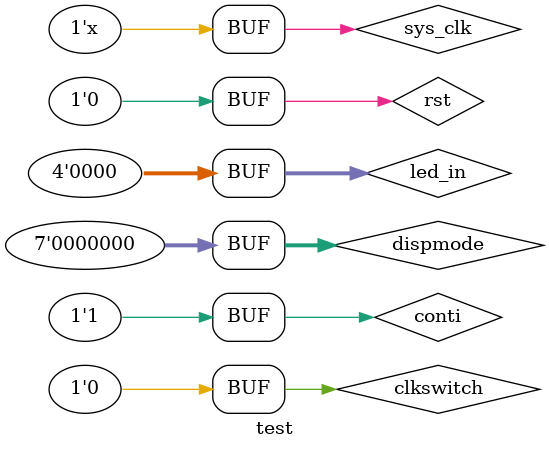
<source format=v>
`timescale 1ns/1ps

module test();

	reg [3:0] led_in;
	reg sys_clk, clkswitch, rst,conti;
	reg [6:0] dispmode;
	wire [7:0] cpu_sel, cpu_reg;
	
	CPU cpu(
		.sys_clk(sys_clk),
		.led_in(led_in),
		.clkswitch(clkswitch),
		.dispmode(dispmode),
		.rst(rst),
		.cpu_sel(cpu_sel),
		.cpu_seg(cpu_reg),
		.conti(conti)
	);
	
	initial begin
		sys_clk <= 0;
		led_in <= 0;
		clkswitch <= 0;
		dispmode <=0;
		rst <= 0;
		conti <= 0;
	end
	
	always begin
		#1 sys_clk = ~sys_clk;
	end
	
	always begin
	   #4600 conti = 1;
	end
endmodule
</source>
